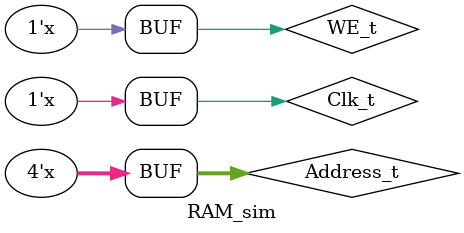
<source format=v>
`timescale 1ns / 1ps


module RAM_sim();
  wire [3:0] Data_t;
  reg [3:0] Address_t;
  reg WE_t;
  reg Clk_t;
  wire [3:0] Out_t;
  
  //load RAM
  RAM ramUUT(
    .Data(Data_t), .Address(Address_t), .WE(WE_t), .Clk(Clk_t), .Out(Out_t)
    );
    
  //load F1
  F1 f1UUT(
    .W(Address_t[3]), .X(Address_t[2]), .Y(Address_t[1]), .Z(Address_t[0]), .F1(Data_t[0])
    );
    
  //load 2 bit Adder
  Twobit_Adder adderUUT(
    .a(Address_t[1:0]), .b(Address_t[3:2]), .Out(Data_t[2:1]), .Cout(Data_t[3])
    );
    
  initial begin
    Address_t [3:0] = 4'b0000;
    WE_t = 1'b0;
    Clk_t = 1'b0;
  end
  
  always #5 Clk_t = ~Clk_t;
  always #10 WE_t = ~WE_t;
  always #20 Address_t[0] = ~Address_t[0];
  always #40 Address_t[1] = ~Address_t[1];
  always #80 Address_t[2] = ~Address_t[2];
  always #160 Address_t[3] = ~Address_t[3];
  
endmodule

</source>
